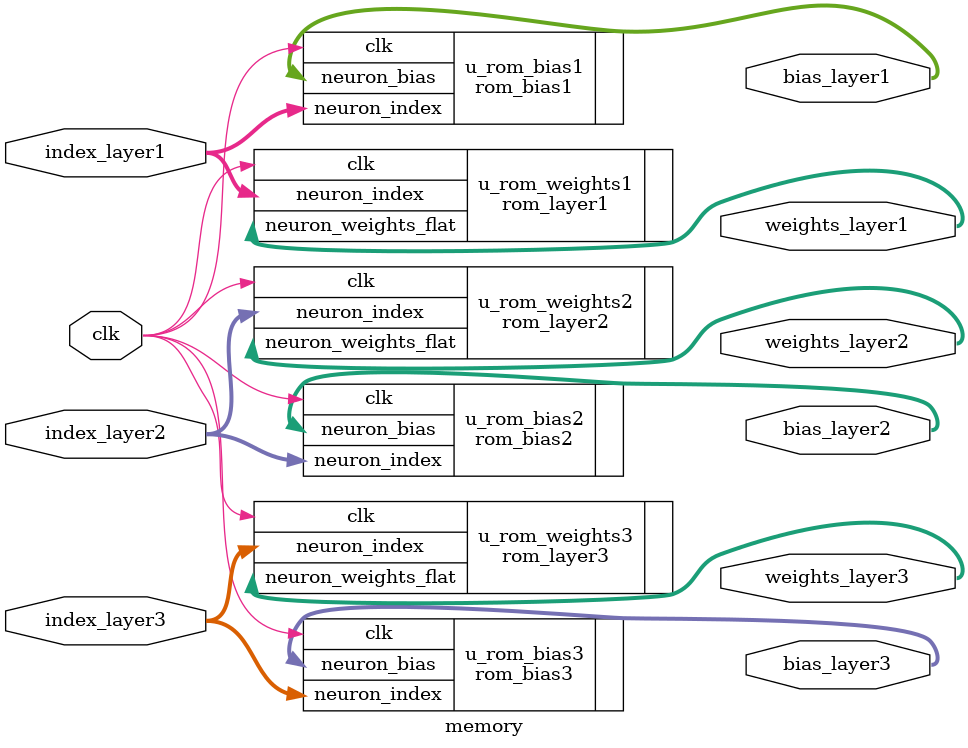
<source format=v>

module memory (
    input wire clk,
    input wire [$clog2(30)-1:0] index_layer1,   // neuron index for layer 1
    input wire [$clog2(16)-1:0] index_layer2,   // neuron index for layer 2
    input wire [$clog2(10)-1:0] index_layer3,   // neuron index for layer 3

    output wire signed [3455:0] weights_layer1,  // 432 inputs * 8 bits
    output wire signed [239:0] weights_layer2,  // 30 inputs * 8 bits
    output wire signed [127:0] weights_layer3,  // 16 inputs * 8 bits

    output wire signed [7:0] bias_layer1,
    output wire signed [7:0] bias_layer2,
    output wire signed [7:0] bias_layer3
);

    // Layer 1 ROMs
    rom_layer1 u_rom_weights1 (
        .clk(clk),
        .neuron_index(index_layer1),
        .neuron_weights_flat(weights_layer1)
    );

    rom_bias1 u_rom_bias1 (
        .clk(clk),
        .neuron_index(index_layer1),
        .neuron_bias(bias_layer1)
    );

    // Layer 2 ROMs
    rom_layer2 u_rom_weights2 (
        .clk(clk),
        .neuron_index(index_layer2),
        .neuron_weights_flat(weights_layer2)
    );

    rom_bias2 u_rom_bias2 (
        .clk(clk),
        .neuron_index(index_layer2),
        .neuron_bias(bias_layer2)
    );

    // Layer 3 ROMs
    rom_layer3 u_rom_weights3 (
        .clk(clk),
        .neuron_index(index_layer3),
        .neuron_weights_flat(weights_layer3)
    );

    rom_bias3 u_rom_bias3 (
        .clk(clk),
        .neuron_index(index_layer3),
        .neuron_bias(bias_layer3)
    );

endmodule
</source>
